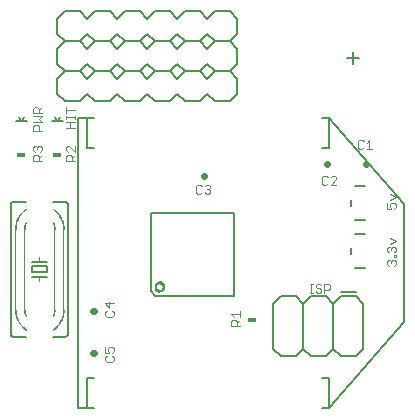
<source format=gto>
G75*
G70*
%OFA0B0*%
%FSLAX24Y24*%
%IPPOS*%
%LPD*%
%AMOC8*
5,1,8,0,0,1.08239X$1,22.5*
%
%ADD10C,0.0050*%
%ADD11C,0.0030*%
%ADD12C,0.0060*%
%ADD13C,0.0080*%
%ADD14R,0.0300X0.0180*%
%ADD15C,0.0220*%
%ADD16C,0.0001*%
%ADD17C,0.0020*%
D10*
X005741Y004740D02*
X005743Y004763D01*
X005749Y004785D01*
X005758Y004806D01*
X005771Y004825D01*
X005787Y004842D01*
X005806Y004856D01*
X005826Y004866D01*
X005848Y004873D01*
X005871Y004876D01*
X005894Y004875D01*
X005917Y004870D01*
X005938Y004861D01*
X005958Y004849D01*
X005975Y004834D01*
X005990Y004816D01*
X006001Y004796D01*
X006009Y004774D01*
X006013Y004752D01*
X006013Y004728D01*
X006009Y004706D01*
X006001Y004684D01*
X005990Y004664D01*
X005975Y004646D01*
X005958Y004631D01*
X005938Y004619D01*
X005917Y004610D01*
X005894Y004605D01*
X005871Y004604D01*
X005848Y004607D01*
X005826Y004614D01*
X005806Y004624D01*
X005787Y004638D01*
X005771Y004655D01*
X005758Y004674D01*
X005749Y004695D01*
X005743Y004717D01*
X005741Y004740D01*
X012336Y012175D02*
X012336Y012582D01*
X012133Y012379D02*
X012540Y012379D01*
D11*
X012530Y009655D02*
X012482Y009607D01*
X012482Y009413D01*
X012530Y009365D01*
X012627Y009365D01*
X012675Y009413D01*
X012776Y009365D02*
X012970Y009365D01*
X012873Y009365D02*
X012873Y009655D01*
X012776Y009558D01*
X012675Y009607D02*
X012627Y009655D01*
X012530Y009655D01*
X011721Y008455D02*
X011625Y008455D01*
X011576Y008407D01*
X011475Y008407D02*
X011427Y008455D01*
X011330Y008455D01*
X011282Y008407D01*
X011282Y008213D01*
X011330Y008165D01*
X011427Y008165D01*
X011475Y008213D01*
X011576Y008165D02*
X011770Y008358D01*
X011770Y008407D01*
X011721Y008455D01*
X011770Y008165D02*
X011576Y008165D01*
X013461Y007558D02*
X013461Y007365D01*
X013607Y007365D01*
X013558Y007462D01*
X013558Y007510D01*
X013607Y007558D01*
X013703Y007558D01*
X013752Y007510D01*
X013752Y007413D01*
X013703Y007365D01*
X013558Y007660D02*
X013752Y007756D01*
X013558Y007853D01*
X013558Y006395D02*
X013752Y006298D01*
X013558Y006202D01*
X013558Y006100D02*
X013607Y006052D01*
X013655Y006100D01*
X013703Y006100D01*
X013752Y006052D01*
X013752Y005955D01*
X013703Y005907D01*
X013703Y005808D02*
X013752Y005808D01*
X013752Y005760D01*
X013703Y005760D01*
X013703Y005808D01*
X013703Y005658D02*
X013752Y005610D01*
X013752Y005513D01*
X013703Y005465D01*
X013607Y005562D02*
X013607Y005610D01*
X013655Y005658D01*
X013703Y005658D01*
X013607Y005610D02*
X013558Y005658D01*
X013510Y005658D01*
X013461Y005610D01*
X013461Y005513D01*
X013510Y005465D01*
X013510Y005907D02*
X013461Y005955D01*
X013461Y006052D01*
X013510Y006100D01*
X013558Y006100D01*
X013607Y006052D02*
X013607Y006004D01*
X011566Y004807D02*
X011566Y004710D01*
X011518Y004662D01*
X011373Y004662D01*
X011373Y004565D02*
X011373Y004855D01*
X011518Y004855D01*
X011566Y004807D01*
X011272Y004807D02*
X011223Y004855D01*
X011126Y004855D01*
X011078Y004807D01*
X011078Y004758D01*
X011126Y004710D01*
X011223Y004710D01*
X011272Y004662D01*
X011272Y004613D01*
X011223Y004565D01*
X011126Y004565D01*
X011078Y004613D01*
X010978Y004565D02*
X010882Y004565D01*
X010930Y004565D02*
X010930Y004855D01*
X010882Y004855D02*
X010978Y004855D01*
X008552Y003953D02*
X008552Y003760D01*
X008552Y003856D02*
X008261Y003856D01*
X008358Y003760D01*
X008310Y003658D02*
X008407Y003658D01*
X008455Y003610D01*
X008455Y003465D01*
X008552Y003465D02*
X008261Y003465D01*
X008261Y003610D01*
X008310Y003658D01*
X008455Y003562D02*
X008552Y003658D01*
X007521Y007865D02*
X007425Y007865D01*
X007376Y007913D01*
X007275Y007913D02*
X007227Y007865D01*
X007130Y007865D01*
X007082Y007913D01*
X007082Y008107D01*
X007130Y008155D01*
X007227Y008155D01*
X007275Y008107D01*
X007376Y008107D02*
X007425Y008155D01*
X007521Y008155D01*
X007570Y008107D01*
X007570Y008058D01*
X007521Y008010D01*
X007570Y007962D01*
X007570Y007913D01*
X007521Y007865D01*
X007521Y008010D02*
X007473Y008010D01*
X004352Y004205D02*
X004061Y004205D01*
X004207Y004060D01*
X004207Y004253D01*
X004303Y003958D02*
X004352Y003910D01*
X004352Y003813D01*
X004303Y003765D01*
X004110Y003765D01*
X004061Y003813D01*
X004061Y003910D01*
X004110Y003958D01*
X004061Y002753D02*
X004061Y002560D01*
X004207Y002560D01*
X004158Y002656D01*
X004158Y002705D01*
X004207Y002753D01*
X004303Y002753D01*
X004352Y002705D01*
X004352Y002608D01*
X004303Y002560D01*
X004303Y002458D02*
X004352Y002410D01*
X004352Y002313D01*
X004303Y002265D01*
X004110Y002265D01*
X004061Y002313D01*
X004061Y002410D01*
X004110Y002458D01*
X003052Y008965D02*
X002761Y008965D01*
X002761Y009110D01*
X002810Y009158D01*
X002907Y009158D01*
X002955Y009110D01*
X002955Y008965D01*
X002955Y009062D02*
X003052Y009158D01*
X003052Y009260D02*
X002858Y009453D01*
X002810Y009453D01*
X002761Y009405D01*
X002761Y009308D01*
X002810Y009260D01*
X003052Y009260D02*
X003052Y009453D01*
X003052Y010065D02*
X002761Y010065D01*
X002907Y010065D02*
X002907Y010258D01*
X003052Y010258D02*
X002761Y010258D01*
X002761Y010360D02*
X002761Y010456D01*
X002761Y010408D02*
X003052Y010408D01*
X003052Y010360D02*
X003052Y010456D01*
X003052Y010653D02*
X002761Y010653D01*
X002761Y010556D02*
X002761Y010750D01*
X001952Y010748D02*
X001855Y010651D01*
X001855Y010699D02*
X001855Y010554D01*
X001952Y010554D02*
X001661Y010554D01*
X001661Y010699D01*
X001710Y010748D01*
X001807Y010748D01*
X001855Y010699D01*
X001952Y010453D02*
X001661Y010453D01*
X001661Y010260D02*
X001952Y010260D01*
X001855Y010356D01*
X001952Y010453D01*
X001807Y010158D02*
X001855Y010110D01*
X001855Y009965D01*
X001952Y009965D02*
X001661Y009965D01*
X001661Y010110D01*
X001710Y010158D01*
X001807Y010158D01*
X001855Y009453D02*
X001903Y009453D01*
X001952Y009405D01*
X001952Y009308D01*
X001903Y009260D01*
X001952Y009158D02*
X001855Y009062D01*
X001855Y009110D02*
X001855Y008965D01*
X001952Y008965D02*
X001661Y008965D01*
X001661Y009110D01*
X001710Y009158D01*
X001807Y009158D01*
X001855Y009110D01*
X001710Y009260D02*
X001661Y009308D01*
X001661Y009405D01*
X001710Y009453D01*
X001758Y009453D01*
X001807Y009405D01*
X001855Y009453D01*
X001807Y009405D02*
X001807Y009356D01*
D12*
X001417Y003100D02*
X001017Y003100D01*
X001000Y003102D01*
X000983Y003106D01*
X000967Y003113D01*
X000953Y003123D01*
X000940Y003136D01*
X000930Y003150D01*
X000923Y003166D01*
X000919Y003183D01*
X000917Y003200D01*
X000917Y007500D01*
X000919Y007517D01*
X000923Y007534D01*
X000930Y007550D01*
X000940Y007564D01*
X000953Y007577D01*
X000967Y007587D01*
X000983Y007594D01*
X001000Y007598D01*
X001017Y007600D01*
X001417Y007600D01*
X002317Y007600D02*
X002717Y007600D01*
X002734Y007598D01*
X002751Y007594D01*
X002767Y007587D01*
X002781Y007577D01*
X002794Y007564D01*
X002804Y007550D01*
X002811Y007534D01*
X002815Y007517D01*
X002817Y007500D01*
X002817Y003200D01*
X002815Y003183D01*
X002811Y003166D01*
X002804Y003150D01*
X002794Y003136D01*
X002781Y003123D01*
X002767Y003113D01*
X002751Y003106D01*
X002734Y003102D01*
X002717Y003100D01*
X002317Y003100D01*
X002117Y005100D02*
X001867Y005100D01*
X001617Y005100D01*
X001617Y005250D02*
X001617Y005450D01*
X002117Y005450D01*
X002117Y005250D01*
X001617Y005250D01*
X001617Y005600D02*
X001867Y005600D01*
X002117Y005600D01*
X005587Y004610D02*
X005727Y004470D01*
X008347Y004470D01*
X008347Y007230D01*
X005587Y007230D01*
X005587Y004610D01*
X005746Y004770D02*
X005748Y004793D01*
X005754Y004816D01*
X005763Y004837D01*
X005776Y004857D01*
X005792Y004874D01*
X005810Y004888D01*
X005830Y004899D01*
X005852Y004907D01*
X005875Y004911D01*
X005899Y004911D01*
X005922Y004907D01*
X005944Y004899D01*
X005964Y004888D01*
X005982Y004874D01*
X005998Y004857D01*
X006011Y004837D01*
X006020Y004816D01*
X006026Y004793D01*
X006028Y004770D01*
X006026Y004747D01*
X006020Y004724D01*
X006011Y004703D01*
X005998Y004683D01*
X005982Y004666D01*
X005964Y004652D01*
X005944Y004641D01*
X005922Y004633D01*
X005899Y004629D01*
X005875Y004629D01*
X005852Y004633D01*
X005830Y004641D01*
X005810Y004652D01*
X005792Y004666D01*
X005776Y004683D01*
X005763Y004703D01*
X005754Y004724D01*
X005748Y004747D01*
X005746Y004770D01*
D13*
X003678Y001711D02*
X003462Y001711D01*
X003462Y000727D01*
X003678Y000727D01*
X003462Y000727D02*
X003167Y000727D01*
X003167Y010373D01*
X003462Y010373D01*
X003462Y009389D01*
X003678Y009389D01*
X003678Y010373D02*
X003462Y010373D01*
X003217Y010950D02*
X002717Y010950D01*
X002467Y011200D01*
X002467Y011700D01*
X002717Y011950D01*
X003217Y011950D01*
X003467Y012200D01*
X003717Y011950D01*
X004217Y011950D01*
X004467Y012200D01*
X004717Y011950D01*
X005217Y011950D01*
X005467Y012200D01*
X005717Y011950D01*
X006217Y011950D01*
X006467Y012200D01*
X006717Y011950D01*
X007217Y011950D01*
X007467Y012200D01*
X007717Y011950D01*
X008217Y011950D01*
X008467Y012200D01*
X008467Y012700D01*
X008217Y012950D01*
X007717Y012950D01*
X007467Y013200D01*
X007217Y012950D01*
X006717Y012950D01*
X006467Y013200D01*
X006217Y012950D01*
X005717Y012950D01*
X005467Y013200D01*
X005217Y012950D01*
X004717Y012950D01*
X004467Y013200D01*
X004217Y012950D01*
X003717Y012950D01*
X003467Y013200D01*
X003217Y012950D01*
X002717Y012950D01*
X002467Y013200D01*
X002467Y013700D01*
X002717Y013950D01*
X003217Y013950D01*
X003467Y013700D01*
X003717Y013950D01*
X004217Y013950D01*
X004467Y013700D01*
X004717Y013950D01*
X005217Y013950D01*
X005467Y013700D01*
X005717Y013950D01*
X006217Y013950D01*
X006467Y013700D01*
X006717Y013950D01*
X007217Y013950D01*
X007467Y013700D01*
X007717Y013950D01*
X008217Y013950D01*
X008467Y013700D01*
X008467Y013200D01*
X008217Y012950D01*
X007717Y012950D01*
X007467Y012700D01*
X007217Y012950D01*
X006717Y012950D01*
X006467Y012700D01*
X006217Y012950D01*
X005717Y012950D01*
X005467Y012700D01*
X005217Y012950D01*
X004717Y012950D01*
X004467Y012700D01*
X004217Y012950D01*
X003717Y012950D01*
X003467Y012700D01*
X003217Y012950D01*
X002717Y012950D01*
X002467Y012700D01*
X002467Y012200D01*
X002717Y011950D01*
X003217Y011950D01*
X003467Y011700D01*
X003717Y011950D01*
X004217Y011950D01*
X004467Y011700D01*
X004717Y011950D01*
X005217Y011950D01*
X005467Y011700D01*
X005717Y011950D01*
X006217Y011950D01*
X006467Y011700D01*
X006717Y011950D01*
X007217Y011950D01*
X007467Y011700D01*
X007717Y011950D01*
X008217Y011950D01*
X008467Y011700D01*
X008467Y011200D01*
X008217Y010950D01*
X007717Y010950D01*
X007467Y011200D01*
X007217Y010950D01*
X006717Y010950D01*
X006467Y011200D01*
X006217Y010950D01*
X005717Y010950D01*
X005467Y011200D01*
X005217Y010950D01*
X004717Y010950D01*
X004467Y011200D01*
X004217Y010950D01*
X003717Y010950D01*
X003467Y011200D01*
X003217Y010950D01*
X002553Y010405D02*
X002477Y010289D01*
X002467Y010283D02*
X002375Y010405D01*
X002286Y010283D02*
X002467Y010283D01*
X002648Y010283D01*
X001448Y010283D02*
X001267Y010283D01*
X001175Y010405D01*
X001086Y010283D02*
X001267Y010283D01*
X001277Y010289D02*
X001353Y010405D01*
X009667Y004200D02*
X009667Y002700D01*
X009917Y002450D01*
X010417Y002450D01*
X010667Y002700D01*
X010667Y004200D01*
X010417Y004450D01*
X009917Y004450D01*
X009667Y004200D01*
X010667Y004200D02*
X010917Y004450D01*
X011417Y004450D01*
X011667Y004200D01*
X011667Y002700D01*
X011417Y002450D01*
X010917Y002450D01*
X010667Y002700D01*
X011667Y002700D02*
X011917Y002450D01*
X012417Y002450D01*
X012667Y002700D01*
X012667Y004200D01*
X012417Y004450D01*
X011917Y004450D01*
X011667Y004200D01*
X011917Y004582D02*
X012417Y004582D01*
X012398Y005390D02*
X012736Y005390D01*
X012248Y005844D02*
X012248Y006056D01*
X012398Y006510D02*
X012736Y006510D01*
X012736Y006990D02*
X012398Y006990D01*
X012248Y007444D02*
X012248Y007656D01*
X012398Y008110D02*
X012736Y008110D01*
X011533Y009389D02*
X011533Y010373D01*
X011277Y010373D01*
X011533Y010373D02*
X014033Y007519D01*
X014033Y003581D01*
X011533Y000727D01*
X011533Y001711D01*
X011277Y001711D01*
X011277Y000727D02*
X011533Y000727D01*
X011533Y009389D02*
X011277Y009389D01*
D14*
X008967Y003650D03*
X002467Y009150D03*
X001267Y009150D03*
D15*
X003655Y003950D02*
X003679Y003950D01*
X003679Y002550D02*
X003655Y002550D01*
X007367Y008438D02*
X007367Y008462D01*
X011467Y008838D02*
X011467Y008862D01*
X012767Y008838D02*
X012767Y008862D01*
D16*
X002376Y006700D02*
X002357Y006700D01*
X002358Y006700D02*
X002357Y006737D01*
X002352Y006774D01*
X002346Y006810D01*
X002336Y006845D01*
X002324Y006880D01*
X002309Y006914D01*
X002326Y006921D01*
X002326Y006922D01*
X002342Y006887D01*
X002354Y006851D01*
X002364Y006814D01*
X002371Y006777D01*
X002376Y006739D01*
X002377Y006700D01*
X002376Y006700D01*
X002375Y006739D01*
X002370Y006776D01*
X002363Y006814D01*
X002353Y006851D01*
X002341Y006887D01*
X002325Y006921D01*
X002324Y006921D01*
X002340Y006886D01*
X002352Y006850D01*
X002362Y006814D01*
X002369Y006776D01*
X002374Y006738D01*
X002375Y006700D01*
X002374Y006700D01*
X002373Y006738D01*
X002368Y006776D01*
X002361Y006813D01*
X002351Y006850D01*
X002339Y006886D01*
X002324Y006921D01*
X002323Y006920D01*
X002338Y006885D01*
X002350Y006850D01*
X002360Y006813D01*
X002367Y006776D01*
X002372Y006738D01*
X002373Y006700D01*
X002372Y006700D01*
X002371Y006738D01*
X002366Y006776D01*
X002359Y006813D01*
X002349Y006849D01*
X002337Y006885D01*
X002322Y006920D01*
X002321Y006919D01*
X002336Y006885D01*
X002348Y006849D01*
X002358Y006813D01*
X002365Y006776D01*
X002370Y006738D01*
X002371Y006700D01*
X002370Y006700D01*
X002369Y006738D01*
X002364Y006775D01*
X002357Y006812D01*
X002347Y006849D01*
X002335Y006884D01*
X002320Y006919D01*
X002319Y006918D01*
X002334Y006884D01*
X002347Y006849D01*
X002356Y006812D01*
X002363Y006775D01*
X002368Y006738D01*
X002369Y006700D01*
X002368Y006700D01*
X002367Y006738D01*
X002362Y006775D01*
X002355Y006812D01*
X002346Y006848D01*
X002333Y006884D01*
X002318Y006918D01*
X002317Y006917D01*
X002332Y006883D01*
X002345Y006848D01*
X002354Y006812D01*
X002361Y006775D01*
X002366Y006738D01*
X002367Y006700D01*
X002366Y006700D01*
X002365Y006738D01*
X002360Y006775D01*
X002353Y006812D01*
X002344Y006848D01*
X002331Y006883D01*
X002316Y006917D01*
X002315Y006917D01*
X002330Y006882D01*
X002343Y006847D01*
X002352Y006811D01*
X002359Y006775D01*
X002364Y006738D01*
X002365Y006700D01*
X002364Y006700D01*
X002363Y006738D01*
X002358Y006775D01*
X002351Y006811D01*
X002342Y006847D01*
X002329Y006882D01*
X002315Y006916D01*
X002314Y006916D01*
X002328Y006882D01*
X002341Y006847D01*
X002350Y006811D01*
X002357Y006774D01*
X002362Y006738D01*
X002363Y006700D01*
X002362Y006700D01*
X002361Y006738D01*
X002356Y006774D01*
X002349Y006811D01*
X002340Y006846D01*
X002328Y006881D01*
X002313Y006915D01*
X002312Y006915D01*
X002327Y006881D01*
X002339Y006846D01*
X002348Y006810D01*
X002355Y006774D01*
X002360Y006737D01*
X002361Y006700D01*
X002360Y006700D01*
X002359Y006737D01*
X002354Y006774D01*
X002348Y006810D01*
X002338Y006846D01*
X002326Y006881D01*
X002311Y006914D01*
X002310Y006914D01*
X002325Y006880D01*
X002337Y006846D01*
X002347Y006810D01*
X002353Y006774D01*
X002358Y006737D01*
X002359Y006700D01*
X002676Y006700D02*
X002657Y006700D01*
X002658Y006701D02*
X002656Y006755D01*
X002650Y006810D01*
X002641Y006864D01*
X002628Y006917D01*
X002611Y006970D01*
X002590Y007021D01*
X002566Y007070D01*
X002539Y007118D01*
X002508Y007163D01*
X002474Y007207D01*
X002438Y007248D01*
X002399Y007286D01*
X002357Y007321D01*
X002312Y007354D01*
X002322Y007369D01*
X002323Y007369D01*
X002368Y007336D01*
X002411Y007300D01*
X002452Y007261D01*
X002489Y007219D01*
X002524Y007174D01*
X002555Y007128D01*
X002583Y007079D01*
X002607Y007028D01*
X002628Y006976D01*
X002646Y006923D01*
X002659Y006868D01*
X002669Y006813D01*
X002675Y006757D01*
X002677Y006701D01*
X002676Y006701D01*
X002674Y006757D01*
X002668Y006813D01*
X002658Y006868D01*
X002645Y006922D01*
X002628Y006976D01*
X002607Y007028D01*
X002582Y007078D01*
X002554Y007127D01*
X002523Y007174D01*
X002488Y007218D01*
X002451Y007260D01*
X002411Y007299D01*
X002368Y007335D01*
X002322Y007369D01*
X002322Y007368D01*
X002367Y007335D01*
X002410Y007298D01*
X002450Y007259D01*
X002488Y007217D01*
X002522Y007173D01*
X002553Y007127D01*
X002581Y007078D01*
X002606Y007027D01*
X002627Y006975D01*
X002644Y006922D01*
X002657Y006868D01*
X002667Y006812D01*
X002673Y006757D01*
X002675Y006701D01*
X002674Y006701D01*
X002672Y006757D01*
X002666Y006812D01*
X002656Y006867D01*
X002643Y006922D01*
X002626Y006975D01*
X002605Y007027D01*
X002580Y007077D01*
X002552Y007126D01*
X002521Y007173D01*
X002487Y007217D01*
X002449Y007259D01*
X002409Y007298D01*
X002366Y007334D01*
X002321Y007367D01*
X002321Y007366D01*
X002366Y007333D01*
X002409Y007297D01*
X002449Y007258D01*
X002486Y007216D01*
X002520Y007172D01*
X002552Y007126D01*
X002579Y007077D01*
X002604Y007027D01*
X002625Y006975D01*
X002642Y006922D01*
X002655Y006867D01*
X002665Y006812D01*
X002671Y006756D01*
X002673Y006701D01*
X002672Y006701D01*
X002670Y006756D01*
X002664Y006812D01*
X002654Y006867D01*
X002641Y006921D01*
X002624Y006974D01*
X002603Y007026D01*
X002579Y007077D01*
X002551Y007125D01*
X002520Y007171D01*
X002485Y007216D01*
X002448Y007257D01*
X002408Y007296D01*
X002365Y007332D01*
X002320Y007365D01*
X002320Y007364D01*
X002365Y007331D01*
X002407Y007295D01*
X002447Y007257D01*
X002484Y007215D01*
X002519Y007171D01*
X002550Y007124D01*
X002578Y007076D01*
X002602Y007026D01*
X002623Y006974D01*
X002640Y006921D01*
X002654Y006867D01*
X002663Y006812D01*
X002669Y006756D01*
X002671Y006701D01*
X002670Y006701D01*
X002668Y006756D01*
X002662Y006812D01*
X002653Y006867D01*
X002639Y006921D01*
X002622Y006974D01*
X002601Y007025D01*
X002577Y007076D01*
X002549Y007124D01*
X002518Y007170D01*
X002484Y007214D01*
X002447Y007256D01*
X002407Y007295D01*
X002364Y007331D01*
X002319Y007364D01*
X002318Y007363D01*
X002363Y007330D01*
X002406Y007294D01*
X002446Y007255D01*
X002483Y007214D01*
X002517Y007170D01*
X002548Y007123D01*
X002576Y007075D01*
X002600Y007025D01*
X002621Y006973D01*
X002638Y006920D01*
X002652Y006866D01*
X002661Y006812D01*
X002667Y006756D01*
X002669Y006701D01*
X002668Y006701D01*
X002666Y006756D01*
X002660Y006811D01*
X002651Y006866D01*
X002637Y006920D01*
X002620Y006973D01*
X002599Y007025D01*
X002575Y007075D01*
X002547Y007123D01*
X002516Y007169D01*
X002482Y007213D01*
X002445Y007254D01*
X002405Y007293D01*
X002363Y007329D01*
X002318Y007362D01*
X002317Y007361D01*
X002362Y007328D01*
X002405Y007292D01*
X002444Y007254D01*
X002481Y007212D01*
X002515Y007168D01*
X002546Y007122D01*
X002574Y007074D01*
X002598Y007024D01*
X002619Y006973D01*
X002636Y006920D01*
X002650Y006866D01*
X002659Y006811D01*
X002665Y006756D01*
X002667Y006701D01*
X002666Y006701D01*
X002664Y006756D01*
X002658Y006811D01*
X002649Y006866D01*
X002635Y006920D01*
X002618Y006972D01*
X002597Y007024D01*
X002573Y007074D01*
X002546Y007122D01*
X002515Y007168D01*
X002481Y007212D01*
X002444Y007253D01*
X002404Y007292D01*
X002362Y007328D01*
X002317Y007360D01*
X002316Y007360D01*
X002361Y007327D01*
X002403Y007291D01*
X002443Y007252D01*
X002480Y007211D01*
X002514Y007167D01*
X002545Y007121D01*
X002572Y007073D01*
X002597Y007023D01*
X002617Y006972D01*
X002634Y006919D01*
X002648Y006866D01*
X002657Y006811D01*
X002663Y006756D01*
X002665Y006701D01*
X002664Y006701D01*
X002662Y006756D01*
X002656Y006811D01*
X002647Y006865D01*
X002633Y006919D01*
X002616Y006972D01*
X002596Y007023D01*
X002571Y007073D01*
X002544Y007121D01*
X002513Y007167D01*
X002479Y007210D01*
X002442Y007252D01*
X002403Y007290D01*
X002360Y007326D01*
X002316Y007359D01*
X002315Y007358D01*
X002360Y007325D01*
X002402Y007290D01*
X002441Y007251D01*
X002478Y007210D01*
X002512Y007166D01*
X002543Y007120D01*
X002571Y007072D01*
X002595Y007023D01*
X002615Y006971D01*
X002632Y006919D01*
X002646Y006865D01*
X002655Y006811D01*
X002661Y006756D01*
X002663Y006701D01*
X002662Y006701D01*
X002660Y006756D01*
X002654Y006811D01*
X002645Y006865D01*
X002631Y006919D01*
X002614Y006971D01*
X002594Y007022D01*
X002570Y007072D01*
X002542Y007120D01*
X002511Y007166D01*
X002478Y007209D01*
X002441Y007250D01*
X002401Y007289D01*
X002359Y007324D01*
X002315Y007357D01*
X002314Y007356D01*
X002358Y007324D01*
X002401Y007288D01*
X002440Y007250D01*
X002477Y007209D01*
X002511Y007165D01*
X002541Y007119D01*
X002569Y007071D01*
X002593Y007022D01*
X002613Y006971D01*
X002630Y006918D01*
X002644Y006865D01*
X002653Y006810D01*
X002659Y006756D01*
X002661Y006701D01*
X002660Y006701D01*
X002658Y006756D01*
X002652Y006810D01*
X002643Y006865D01*
X002629Y006918D01*
X002612Y006970D01*
X002592Y007021D01*
X002568Y007071D01*
X002540Y007119D01*
X002510Y007164D01*
X002476Y007208D01*
X002439Y007249D01*
X002400Y007287D01*
X002358Y007323D01*
X002313Y007355D01*
X002357Y007322D01*
X002399Y007287D01*
X002439Y007248D01*
X002475Y007207D01*
X002509Y007164D01*
X002540Y007118D01*
X002567Y007070D01*
X002591Y007021D01*
X002612Y006970D01*
X002628Y006918D01*
X002642Y006864D01*
X002651Y006810D01*
X002657Y006755D01*
X002659Y006701D01*
X001408Y006921D02*
X001425Y006913D01*
X001425Y006914D02*
X001410Y006880D01*
X001398Y006845D01*
X001388Y006810D01*
X001382Y006774D01*
X001377Y006737D01*
X001376Y006700D01*
X001358Y006700D01*
X001357Y006700D01*
X001358Y006739D01*
X001363Y006777D01*
X001370Y006814D01*
X001380Y006851D01*
X001392Y006887D01*
X001408Y006922D01*
X001409Y006921D01*
X001393Y006887D01*
X001381Y006851D01*
X001371Y006814D01*
X001364Y006776D01*
X001359Y006739D01*
X001358Y006700D01*
X001359Y006700D01*
X001360Y006738D01*
X001365Y006776D01*
X001372Y006814D01*
X001382Y006850D01*
X001394Y006886D01*
X001410Y006921D01*
X001395Y006886D01*
X001383Y006850D01*
X001373Y006813D01*
X001366Y006776D01*
X001361Y006738D01*
X001360Y006700D01*
X001361Y006700D01*
X001362Y006738D01*
X001367Y006776D01*
X001374Y006813D01*
X001384Y006850D01*
X001396Y006885D01*
X001411Y006920D01*
X001412Y006920D01*
X001397Y006885D01*
X001385Y006849D01*
X001375Y006813D01*
X001368Y006776D01*
X001363Y006738D01*
X001362Y006700D01*
X001363Y006700D01*
X001364Y006738D01*
X001369Y006776D01*
X001376Y006813D01*
X001386Y006849D01*
X001398Y006885D01*
X001413Y006919D01*
X001414Y006919D01*
X001399Y006884D01*
X001387Y006849D01*
X001377Y006812D01*
X001370Y006775D01*
X001365Y006738D01*
X001364Y006700D01*
X001365Y006700D01*
X001366Y006738D01*
X001371Y006775D01*
X001378Y006812D01*
X001387Y006849D01*
X001400Y006884D01*
X001415Y006918D01*
X001416Y006918D01*
X001401Y006884D01*
X001388Y006848D01*
X001379Y006812D01*
X001372Y006775D01*
X001367Y006738D01*
X001366Y006700D01*
X001367Y006700D01*
X001368Y006738D01*
X001373Y006775D01*
X001380Y006812D01*
X001389Y006848D01*
X001402Y006883D01*
X001417Y006917D01*
X001418Y006917D01*
X001403Y006883D01*
X001390Y006848D01*
X001381Y006812D01*
X001374Y006775D01*
X001369Y006738D01*
X001368Y006700D01*
X001369Y006700D01*
X001370Y006738D01*
X001375Y006775D01*
X001382Y006811D01*
X001391Y006847D01*
X001404Y006882D01*
X001419Y006917D01*
X001419Y006916D01*
X001405Y006882D01*
X001392Y006847D01*
X001383Y006811D01*
X001376Y006775D01*
X001371Y006738D01*
X001370Y006700D01*
X001371Y006700D01*
X001372Y006738D01*
X001377Y006774D01*
X001384Y006811D01*
X001393Y006847D01*
X001406Y006882D01*
X001420Y006916D01*
X001421Y006915D01*
X001406Y006881D01*
X001394Y006846D01*
X001385Y006811D01*
X001378Y006774D01*
X001373Y006738D01*
X001372Y006700D01*
X001373Y006700D01*
X001374Y006737D01*
X001379Y006774D01*
X001386Y006810D01*
X001395Y006846D01*
X001407Y006881D01*
X001422Y006915D01*
X001423Y006914D01*
X001408Y006881D01*
X001396Y006846D01*
X001386Y006810D01*
X001380Y006774D01*
X001375Y006737D01*
X001374Y006700D01*
X001375Y006700D01*
X001376Y006737D01*
X001381Y006774D01*
X001387Y006810D01*
X001397Y006846D01*
X001409Y006880D01*
X001424Y006914D01*
X001411Y007369D02*
X001422Y007353D01*
X001422Y007354D02*
X001377Y007321D01*
X001335Y007286D01*
X001296Y007247D01*
X001259Y007207D01*
X001226Y007163D01*
X001195Y007118D01*
X001168Y007070D01*
X001144Y007021D01*
X001123Y006970D01*
X001106Y006917D01*
X001093Y006864D01*
X001084Y006810D01*
X001078Y006755D01*
X001076Y006700D01*
X001058Y006700D01*
X001057Y006700D01*
X001059Y006757D01*
X001065Y006813D01*
X001075Y006868D01*
X001088Y006923D01*
X001105Y006976D01*
X001126Y007028D01*
X001151Y007079D01*
X001179Y007128D01*
X001210Y007174D01*
X001245Y007219D01*
X001282Y007261D01*
X001323Y007300D01*
X001366Y007336D01*
X001411Y007369D01*
X001412Y007369D01*
X001366Y007335D01*
X001323Y007299D01*
X001283Y007260D01*
X001246Y007218D01*
X001211Y007174D01*
X001180Y007127D01*
X001152Y007078D01*
X001127Y007028D01*
X001106Y006976D01*
X001089Y006922D01*
X001076Y006868D01*
X001066Y006812D01*
X001060Y006757D01*
X001058Y006700D01*
X001059Y006700D01*
X001061Y006757D01*
X001067Y006812D01*
X001077Y006868D01*
X001090Y006922D01*
X001107Y006975D01*
X001128Y007027D01*
X001153Y007078D01*
X001181Y007127D01*
X001212Y007173D01*
X001246Y007217D01*
X001284Y007259D01*
X001324Y007298D01*
X001367Y007335D01*
X001412Y007368D01*
X001413Y007367D01*
X001367Y007334D01*
X001325Y007298D01*
X001285Y007259D01*
X001247Y007217D01*
X001213Y007173D01*
X001182Y007126D01*
X001154Y007077D01*
X001129Y007027D01*
X001108Y006975D01*
X001091Y006922D01*
X001078Y006867D01*
X001068Y006812D01*
X001062Y006756D01*
X001060Y006700D01*
X001061Y006700D01*
X001063Y006756D01*
X001069Y006812D01*
X001079Y006867D01*
X001092Y006921D01*
X001109Y006975D01*
X001130Y007027D01*
X001155Y007077D01*
X001182Y007125D01*
X001214Y007172D01*
X001248Y007216D01*
X001285Y007258D01*
X001325Y007297D01*
X001368Y007333D01*
X001413Y007366D01*
X001414Y007365D01*
X001369Y007332D01*
X001326Y007296D01*
X001286Y007257D01*
X001249Y007216D01*
X001214Y007171D01*
X001183Y007125D01*
X001155Y007076D01*
X001131Y007026D01*
X001110Y006974D01*
X001093Y006921D01*
X001080Y006867D01*
X001070Y006812D01*
X001064Y006756D01*
X001062Y006700D01*
X001063Y006700D01*
X001065Y006756D01*
X001071Y006812D01*
X001080Y006867D01*
X001094Y006921D01*
X001111Y006974D01*
X001132Y007026D01*
X001156Y007076D01*
X001184Y007124D01*
X001215Y007171D01*
X001249Y007215D01*
X001287Y007256D01*
X001327Y007295D01*
X001369Y007331D01*
X001414Y007364D01*
X001415Y007364D01*
X001370Y007331D01*
X001327Y007295D01*
X001287Y007256D01*
X001250Y007214D01*
X001216Y007170D01*
X001185Y007124D01*
X001157Y007076D01*
X001133Y007025D01*
X001112Y006974D01*
X001095Y006921D01*
X001081Y006867D01*
X001072Y006812D01*
X001066Y006756D01*
X001064Y006700D01*
X001065Y006700D01*
X001067Y006756D01*
X001073Y006812D01*
X001082Y006866D01*
X001096Y006920D01*
X001113Y006973D01*
X001134Y007025D01*
X001158Y007075D01*
X001186Y007123D01*
X001217Y007170D01*
X001251Y007214D01*
X001288Y007255D01*
X001328Y007294D01*
X001371Y007330D01*
X001415Y007363D01*
X001416Y007362D01*
X001371Y007329D01*
X001329Y007293D01*
X001289Y007254D01*
X001252Y007213D01*
X001218Y007169D01*
X001187Y007123D01*
X001159Y007075D01*
X001135Y007025D01*
X001114Y006973D01*
X001097Y006920D01*
X001083Y006866D01*
X001074Y006811D01*
X001068Y006756D01*
X001066Y006700D01*
X001067Y006700D01*
X001069Y006756D01*
X001075Y006811D01*
X001084Y006866D01*
X001098Y006920D01*
X001115Y006973D01*
X001136Y007024D01*
X001160Y007074D01*
X001188Y007122D01*
X001218Y007168D01*
X001253Y007212D01*
X001290Y007254D01*
X001329Y007292D01*
X001372Y007328D01*
X001417Y007361D01*
X001417Y007360D01*
X001372Y007328D01*
X001330Y007292D01*
X001290Y007253D01*
X001253Y007212D01*
X001219Y007168D01*
X001188Y007122D01*
X001161Y007074D01*
X001137Y007024D01*
X001116Y006972D01*
X001099Y006920D01*
X001085Y006866D01*
X001076Y006811D01*
X001070Y006756D01*
X001068Y006700D01*
X001069Y006700D01*
X001071Y006756D01*
X001077Y006811D01*
X001086Y006866D01*
X001100Y006919D01*
X001117Y006972D01*
X001137Y007023D01*
X001162Y007073D01*
X001189Y007121D01*
X001220Y007167D01*
X001254Y007211D01*
X001291Y007252D01*
X001331Y007291D01*
X001373Y007327D01*
X001418Y007360D01*
X001418Y007359D01*
X001374Y007326D01*
X001331Y007290D01*
X001292Y007252D01*
X001255Y007210D01*
X001221Y007167D01*
X001190Y007121D01*
X001163Y007073D01*
X001138Y007023D01*
X001118Y006972D01*
X001101Y006919D01*
X001087Y006865D01*
X001078Y006811D01*
X001072Y006756D01*
X001070Y006700D01*
X001071Y006700D01*
X001073Y006756D01*
X001079Y006811D01*
X001088Y006865D01*
X001102Y006919D01*
X001119Y006971D01*
X001139Y007023D01*
X001163Y007072D01*
X001191Y007120D01*
X001222Y007166D01*
X001256Y007210D01*
X001292Y007251D01*
X001332Y007289D01*
X001374Y007325D01*
X001419Y007358D01*
X001419Y007357D01*
X001375Y007324D01*
X001333Y007289D01*
X001293Y007250D01*
X001256Y007209D01*
X001223Y007166D01*
X001192Y007120D01*
X001164Y007072D01*
X001140Y007022D01*
X001120Y006971D01*
X001103Y006918D01*
X001089Y006865D01*
X001080Y006811D01*
X001074Y006756D01*
X001072Y006700D01*
X001073Y006700D01*
X001075Y006756D01*
X001081Y006810D01*
X001090Y006865D01*
X001104Y006918D01*
X001121Y006971D01*
X001141Y007022D01*
X001165Y007071D01*
X001193Y007119D01*
X001223Y007165D01*
X001257Y007208D01*
X001294Y007250D01*
X001333Y007288D01*
X001376Y007324D01*
X001420Y007356D01*
X001421Y007355D01*
X001376Y007323D01*
X001334Y007287D01*
X001295Y007249D01*
X001258Y007208D01*
X001224Y007164D01*
X001193Y007119D01*
X001166Y007071D01*
X001142Y007021D01*
X001121Y006970D01*
X001105Y006918D01*
X001091Y006864D01*
X001082Y006810D01*
X001076Y006756D01*
X001074Y006700D01*
X001075Y006700D01*
X001077Y006755D01*
X001083Y006810D01*
X001092Y006864D01*
X001105Y006918D01*
X001122Y006970D01*
X001143Y007021D01*
X001167Y007070D01*
X001194Y007118D01*
X001225Y007164D01*
X001259Y007207D01*
X001295Y007248D01*
X001335Y007287D01*
X001377Y007322D01*
X001421Y007355D01*
X001058Y004000D02*
X001077Y004000D01*
X001076Y003999D02*
X001078Y003945D01*
X001084Y003890D01*
X001093Y003836D01*
X001106Y003783D01*
X001123Y003730D01*
X001144Y003679D01*
X001168Y003630D01*
X001195Y003582D01*
X001226Y003537D01*
X001259Y003493D01*
X001296Y003453D01*
X001335Y003414D01*
X001377Y003379D01*
X001422Y003346D01*
X001411Y003331D01*
X001366Y003364D01*
X001323Y003400D01*
X001282Y003439D01*
X001245Y003481D01*
X001210Y003526D01*
X001179Y003572D01*
X001151Y003621D01*
X001127Y003672D01*
X001106Y003724D01*
X001088Y003777D01*
X001075Y003832D01*
X001065Y003887D01*
X001059Y003943D01*
X001057Y003999D01*
X001058Y003999D01*
X001060Y003943D01*
X001066Y003887D01*
X001076Y003832D01*
X001089Y003778D01*
X001106Y003724D01*
X001127Y003672D01*
X001152Y003622D01*
X001180Y003573D01*
X001211Y003526D01*
X001246Y003482D01*
X001283Y003440D01*
X001323Y003401D01*
X001366Y003365D01*
X001412Y003331D01*
X001412Y003332D01*
X001367Y003365D01*
X001324Y003402D01*
X001284Y003441D01*
X001246Y003483D01*
X001212Y003527D01*
X001181Y003573D01*
X001153Y003622D01*
X001128Y003673D01*
X001107Y003725D01*
X001090Y003778D01*
X001077Y003832D01*
X001067Y003888D01*
X001061Y003943D01*
X001059Y003999D01*
X001060Y003999D01*
X001062Y003943D01*
X001068Y003888D01*
X001078Y003833D01*
X001091Y003778D01*
X001108Y003725D01*
X001129Y003673D01*
X001154Y003623D01*
X001182Y003574D01*
X001213Y003527D01*
X001247Y003483D01*
X001285Y003441D01*
X001325Y003402D01*
X001367Y003366D01*
X001413Y003333D01*
X001413Y003334D01*
X001368Y003367D01*
X001325Y003403D01*
X001285Y003442D01*
X001248Y003484D01*
X001214Y003528D01*
X001182Y003574D01*
X001155Y003623D01*
X001130Y003673D01*
X001109Y003725D01*
X001092Y003778D01*
X001079Y003833D01*
X001069Y003888D01*
X001063Y003944D01*
X001061Y003999D01*
X001062Y003999D01*
X001064Y003944D01*
X001070Y003888D01*
X001080Y003833D01*
X001093Y003779D01*
X001110Y003726D01*
X001131Y003674D01*
X001155Y003623D01*
X001183Y003575D01*
X001214Y003529D01*
X001249Y003484D01*
X001286Y003443D01*
X001326Y003404D01*
X001369Y003368D01*
X001414Y003335D01*
X001414Y003336D01*
X001369Y003369D01*
X001327Y003405D01*
X001287Y003443D01*
X001250Y003485D01*
X001215Y003529D01*
X001184Y003576D01*
X001156Y003624D01*
X001132Y003674D01*
X001111Y003726D01*
X001094Y003779D01*
X001080Y003833D01*
X001071Y003888D01*
X001065Y003944D01*
X001063Y003999D01*
X001064Y003999D01*
X001066Y003944D01*
X001072Y003888D01*
X001081Y003833D01*
X001095Y003779D01*
X001112Y003726D01*
X001133Y003675D01*
X001157Y003624D01*
X001185Y003576D01*
X001216Y003530D01*
X001250Y003486D01*
X001287Y003444D01*
X001327Y003405D01*
X001370Y003369D01*
X001415Y003336D01*
X001415Y003337D01*
X001371Y003370D01*
X001328Y003406D01*
X001288Y003445D01*
X001251Y003486D01*
X001217Y003530D01*
X001186Y003577D01*
X001158Y003625D01*
X001134Y003675D01*
X001113Y003727D01*
X001096Y003780D01*
X001082Y003834D01*
X001073Y003888D01*
X001067Y003944D01*
X001065Y003999D01*
X001066Y003999D01*
X001068Y003944D01*
X001074Y003889D01*
X001083Y003834D01*
X001097Y003780D01*
X001114Y003727D01*
X001135Y003675D01*
X001159Y003625D01*
X001187Y003577D01*
X001218Y003531D01*
X001252Y003487D01*
X001289Y003446D01*
X001329Y003407D01*
X001371Y003371D01*
X001416Y003338D01*
X001417Y003339D01*
X001372Y003372D01*
X001329Y003408D01*
X001290Y003446D01*
X001253Y003488D01*
X001219Y003532D01*
X001188Y003578D01*
X001160Y003626D01*
X001136Y003676D01*
X001115Y003727D01*
X001098Y003780D01*
X001084Y003834D01*
X001075Y003889D01*
X001069Y003944D01*
X001067Y003999D01*
X001068Y003999D01*
X001070Y003944D01*
X001076Y003889D01*
X001085Y003834D01*
X001099Y003780D01*
X001116Y003728D01*
X001137Y003676D01*
X001161Y003626D01*
X001188Y003578D01*
X001219Y003532D01*
X001253Y003488D01*
X001290Y003447D01*
X001330Y003408D01*
X001372Y003372D01*
X001417Y003340D01*
X001418Y003340D01*
X001373Y003373D01*
X001331Y003409D01*
X001291Y003448D01*
X001254Y003489D01*
X001220Y003533D01*
X001189Y003579D01*
X001162Y003627D01*
X001137Y003677D01*
X001117Y003728D01*
X001100Y003781D01*
X001086Y003834D01*
X001077Y003889D01*
X001071Y003944D01*
X001069Y003999D01*
X001070Y003999D01*
X001072Y003944D01*
X001078Y003889D01*
X001087Y003835D01*
X001101Y003781D01*
X001118Y003728D01*
X001138Y003677D01*
X001163Y003627D01*
X001190Y003579D01*
X001221Y003533D01*
X001255Y003490D01*
X001292Y003448D01*
X001331Y003410D01*
X001374Y003374D01*
X001418Y003341D01*
X001419Y003342D01*
X001374Y003375D01*
X001332Y003411D01*
X001292Y003449D01*
X001256Y003490D01*
X001222Y003534D01*
X001191Y003580D01*
X001163Y003628D01*
X001139Y003677D01*
X001119Y003729D01*
X001102Y003781D01*
X001088Y003835D01*
X001079Y003889D01*
X001073Y003944D01*
X001071Y003999D01*
X001072Y003999D01*
X001074Y003944D01*
X001080Y003889D01*
X001089Y003835D01*
X001103Y003782D01*
X001120Y003729D01*
X001140Y003678D01*
X001164Y003628D01*
X001192Y003580D01*
X001223Y003534D01*
X001256Y003491D01*
X001293Y003450D01*
X001333Y003411D01*
X001375Y003376D01*
X001419Y003343D01*
X001420Y003344D01*
X001376Y003376D01*
X001333Y003412D01*
X001294Y003450D01*
X001257Y003492D01*
X001223Y003535D01*
X001193Y003581D01*
X001165Y003629D01*
X001141Y003678D01*
X001121Y003729D01*
X001104Y003782D01*
X001090Y003835D01*
X001081Y003890D01*
X001075Y003944D01*
X001073Y003999D01*
X001074Y003999D01*
X001076Y003944D01*
X001082Y003890D01*
X001091Y003835D01*
X001105Y003782D01*
X001121Y003730D01*
X001142Y003679D01*
X001166Y003629D01*
X001194Y003581D01*
X001224Y003536D01*
X001258Y003492D01*
X001295Y003451D01*
X001334Y003413D01*
X001376Y003377D01*
X001421Y003345D01*
X001377Y003378D01*
X001335Y003413D01*
X001295Y003452D01*
X001259Y003493D01*
X001225Y003536D01*
X001194Y003582D01*
X001167Y003630D01*
X001143Y003679D01*
X001122Y003730D01*
X001105Y003782D01*
X001092Y003836D01*
X001083Y003890D01*
X001077Y003945D01*
X001075Y003999D01*
X001358Y004000D02*
X001377Y004000D01*
X001376Y004000D02*
X001377Y003963D01*
X001382Y003926D01*
X001388Y003890D01*
X001398Y003855D01*
X001410Y003820D01*
X001425Y003786D01*
X001408Y003779D01*
X001408Y003778D01*
X001392Y003813D01*
X001380Y003849D01*
X001370Y003886D01*
X001363Y003923D01*
X001358Y003961D01*
X001357Y004000D01*
X001358Y004000D01*
X001359Y003961D01*
X001364Y003924D01*
X001371Y003886D01*
X001381Y003849D01*
X001393Y003813D01*
X001409Y003779D01*
X001410Y003779D01*
X001394Y003814D01*
X001382Y003850D01*
X001372Y003886D01*
X001365Y003924D01*
X001360Y003962D01*
X001359Y004000D01*
X001360Y004000D01*
X001361Y003962D01*
X001366Y003924D01*
X001373Y003887D01*
X001383Y003850D01*
X001395Y003814D01*
X001410Y003779D01*
X001411Y003780D01*
X001396Y003815D01*
X001384Y003850D01*
X001374Y003887D01*
X001367Y003924D01*
X001362Y003962D01*
X001361Y004000D01*
X001362Y004000D01*
X001363Y003962D01*
X001368Y003924D01*
X001375Y003887D01*
X001385Y003851D01*
X001397Y003815D01*
X001412Y003780D01*
X001413Y003781D01*
X001398Y003815D01*
X001386Y003851D01*
X001376Y003887D01*
X001369Y003924D01*
X001364Y003962D01*
X001363Y004000D01*
X001364Y004000D01*
X001365Y003962D01*
X001370Y003925D01*
X001377Y003888D01*
X001387Y003851D01*
X001399Y003816D01*
X001414Y003781D01*
X001415Y003782D01*
X001400Y003816D01*
X001387Y003851D01*
X001378Y003888D01*
X001371Y003925D01*
X001366Y003962D01*
X001365Y004000D01*
X001366Y004000D01*
X001367Y003962D01*
X001372Y003925D01*
X001379Y003888D01*
X001388Y003852D01*
X001401Y003816D01*
X001416Y003782D01*
X001417Y003783D01*
X001402Y003817D01*
X001389Y003852D01*
X001380Y003888D01*
X001373Y003925D01*
X001368Y003962D01*
X001367Y004000D01*
X001368Y004000D01*
X001369Y003962D01*
X001374Y003925D01*
X001381Y003888D01*
X001390Y003852D01*
X001403Y003817D01*
X001418Y003783D01*
X001419Y003783D01*
X001404Y003818D01*
X001391Y003853D01*
X001382Y003889D01*
X001375Y003925D01*
X001370Y003962D01*
X001369Y004000D01*
X001370Y004000D01*
X001371Y003962D01*
X001376Y003925D01*
X001383Y003889D01*
X001392Y003853D01*
X001405Y003818D01*
X001419Y003784D01*
X001420Y003784D01*
X001406Y003818D01*
X001393Y003853D01*
X001384Y003889D01*
X001377Y003926D01*
X001372Y003962D01*
X001371Y004000D01*
X001372Y004000D01*
X001373Y003962D01*
X001378Y003926D01*
X001385Y003889D01*
X001394Y003854D01*
X001406Y003819D01*
X001421Y003785D01*
X001422Y003785D01*
X001407Y003819D01*
X001395Y003854D01*
X001386Y003890D01*
X001379Y003926D01*
X001374Y003963D01*
X001373Y004000D01*
X001374Y004000D01*
X001375Y003963D01*
X001380Y003926D01*
X001386Y003890D01*
X001396Y003854D01*
X001408Y003819D01*
X001423Y003786D01*
X001424Y003786D01*
X001409Y003820D01*
X001397Y003854D01*
X001387Y003890D01*
X001381Y003926D01*
X001376Y003963D01*
X001375Y004000D01*
X002326Y003779D02*
X002309Y003787D01*
X002309Y003786D02*
X002324Y003820D01*
X002336Y003855D01*
X002346Y003890D01*
X002352Y003926D01*
X002357Y003963D01*
X002358Y004000D01*
X002376Y004000D01*
X002377Y004000D01*
X002376Y003961D01*
X002371Y003923D01*
X002364Y003886D01*
X002354Y003849D01*
X002342Y003813D01*
X002326Y003778D01*
X002325Y003779D01*
X002341Y003813D01*
X002353Y003849D01*
X002363Y003886D01*
X002370Y003924D01*
X002375Y003961D01*
X002376Y004000D01*
X002375Y004000D01*
X002374Y003962D01*
X002369Y003924D01*
X002362Y003886D01*
X002352Y003850D01*
X002340Y003814D01*
X002324Y003779D01*
X002339Y003814D01*
X002351Y003850D01*
X002361Y003887D01*
X002368Y003924D01*
X002373Y003962D01*
X002374Y004000D01*
X002373Y004000D01*
X002372Y003962D01*
X002367Y003924D01*
X002360Y003887D01*
X002350Y003850D01*
X002338Y003815D01*
X002323Y003780D01*
X002322Y003780D01*
X002337Y003815D01*
X002349Y003851D01*
X002359Y003887D01*
X002366Y003924D01*
X002371Y003962D01*
X002372Y004000D01*
X002371Y004000D01*
X002370Y003962D01*
X002365Y003924D01*
X002358Y003887D01*
X002348Y003851D01*
X002336Y003815D01*
X002321Y003781D01*
X002320Y003781D01*
X002335Y003816D01*
X002347Y003851D01*
X002357Y003888D01*
X002364Y003925D01*
X002369Y003962D01*
X002370Y004000D01*
X002369Y004000D01*
X002368Y003962D01*
X002363Y003925D01*
X002356Y003888D01*
X002347Y003851D01*
X002334Y003816D01*
X002319Y003782D01*
X002318Y003782D01*
X002333Y003816D01*
X002346Y003852D01*
X002355Y003888D01*
X002362Y003925D01*
X002367Y003962D01*
X002368Y004000D01*
X002367Y004000D01*
X002366Y003962D01*
X002361Y003925D01*
X002354Y003888D01*
X002345Y003852D01*
X002332Y003817D01*
X002317Y003783D01*
X002316Y003783D01*
X002331Y003817D01*
X002344Y003852D01*
X002353Y003888D01*
X002360Y003925D01*
X002365Y003962D01*
X002366Y004000D01*
X002365Y004000D01*
X002364Y003962D01*
X002359Y003925D01*
X002352Y003889D01*
X002343Y003853D01*
X002330Y003818D01*
X002315Y003783D01*
X002315Y003784D01*
X002329Y003818D01*
X002342Y003853D01*
X002351Y003889D01*
X002358Y003925D01*
X002363Y003962D01*
X002364Y004000D01*
X002363Y004000D01*
X002362Y003962D01*
X002357Y003926D01*
X002350Y003889D01*
X002341Y003853D01*
X002328Y003818D01*
X002314Y003784D01*
X002313Y003785D01*
X002328Y003819D01*
X002340Y003854D01*
X002349Y003889D01*
X002356Y003926D01*
X002361Y003962D01*
X002362Y004000D01*
X002361Y004000D01*
X002360Y003963D01*
X002355Y003926D01*
X002348Y003890D01*
X002339Y003854D01*
X002327Y003819D01*
X002312Y003785D01*
X002311Y003786D01*
X002326Y003819D01*
X002338Y003854D01*
X002348Y003890D01*
X002354Y003926D01*
X002359Y003963D01*
X002360Y004000D01*
X002359Y004000D01*
X002358Y003963D01*
X002353Y003926D01*
X002347Y003890D01*
X002337Y003854D01*
X002325Y003820D01*
X002310Y003786D01*
X002323Y003331D02*
X002312Y003347D01*
X002312Y003346D02*
X002357Y003379D01*
X002399Y003414D01*
X002438Y003453D01*
X002475Y003493D01*
X002508Y003537D01*
X002539Y003582D01*
X002566Y003630D01*
X002590Y003679D01*
X002611Y003730D01*
X002628Y003783D01*
X002641Y003836D01*
X002650Y003890D01*
X002656Y003945D01*
X002658Y004000D01*
X002676Y004000D01*
X002677Y004000D01*
X002675Y003943D01*
X002669Y003887D01*
X002659Y003832D01*
X002646Y003777D01*
X002629Y003724D01*
X002608Y003672D01*
X002583Y003621D01*
X002555Y003572D01*
X002524Y003526D01*
X002489Y003481D01*
X002452Y003439D01*
X002411Y003400D01*
X002368Y003364D01*
X002323Y003331D01*
X002322Y003331D01*
X002368Y003365D01*
X002411Y003401D01*
X002451Y003440D01*
X002488Y003482D01*
X002523Y003526D01*
X002554Y003573D01*
X002582Y003622D01*
X002607Y003672D01*
X002628Y003724D01*
X002645Y003778D01*
X002658Y003832D01*
X002668Y003888D01*
X002674Y003943D01*
X002676Y004000D01*
X002675Y004000D01*
X002673Y003943D01*
X002667Y003888D01*
X002657Y003832D01*
X002644Y003778D01*
X002627Y003725D01*
X002606Y003673D01*
X002581Y003622D01*
X002553Y003573D01*
X002522Y003527D01*
X002488Y003483D01*
X002450Y003441D01*
X002410Y003402D01*
X002367Y003365D01*
X002322Y003332D01*
X002321Y003333D01*
X002367Y003366D01*
X002409Y003402D01*
X002449Y003441D01*
X002487Y003483D01*
X002521Y003527D01*
X002552Y003574D01*
X002580Y003623D01*
X002605Y003673D01*
X002626Y003725D01*
X002643Y003778D01*
X002656Y003833D01*
X002666Y003888D01*
X002672Y003944D01*
X002674Y004000D01*
X002673Y004000D01*
X002671Y003944D01*
X002665Y003888D01*
X002655Y003833D01*
X002642Y003779D01*
X002625Y003725D01*
X002604Y003673D01*
X002579Y003623D01*
X002552Y003575D01*
X002520Y003528D01*
X002486Y003484D01*
X002449Y003442D01*
X002409Y003403D01*
X002366Y003367D01*
X002321Y003334D01*
X002320Y003335D01*
X002365Y003368D01*
X002408Y003404D01*
X002448Y003443D01*
X002485Y003484D01*
X002520Y003529D01*
X002551Y003575D01*
X002579Y003624D01*
X002603Y003674D01*
X002624Y003726D01*
X002641Y003779D01*
X002654Y003833D01*
X002664Y003888D01*
X002670Y003944D01*
X002672Y004000D01*
X002671Y004000D01*
X002669Y003944D01*
X002663Y003888D01*
X002654Y003833D01*
X002640Y003779D01*
X002623Y003726D01*
X002602Y003674D01*
X002578Y003624D01*
X002550Y003576D01*
X002519Y003529D01*
X002485Y003485D01*
X002447Y003444D01*
X002407Y003405D01*
X002365Y003369D01*
X002320Y003336D01*
X002319Y003336D01*
X002364Y003369D01*
X002407Y003405D01*
X002447Y003444D01*
X002484Y003486D01*
X002518Y003530D01*
X002549Y003576D01*
X002577Y003624D01*
X002601Y003675D01*
X002622Y003726D01*
X002639Y003779D01*
X002653Y003833D01*
X002662Y003888D01*
X002668Y003944D01*
X002670Y004000D01*
X002669Y004000D01*
X002667Y003944D01*
X002661Y003888D01*
X002652Y003834D01*
X002638Y003780D01*
X002621Y003727D01*
X002600Y003675D01*
X002576Y003625D01*
X002548Y003577D01*
X002517Y003530D01*
X002483Y003486D01*
X002446Y003445D01*
X002406Y003406D01*
X002363Y003370D01*
X002319Y003337D01*
X002318Y003338D01*
X002363Y003371D01*
X002405Y003407D01*
X002445Y003446D01*
X002482Y003487D01*
X002516Y003531D01*
X002547Y003577D01*
X002575Y003625D01*
X002599Y003675D01*
X002620Y003727D01*
X002637Y003780D01*
X002651Y003834D01*
X002660Y003889D01*
X002666Y003944D01*
X002668Y004000D01*
X002667Y004000D01*
X002665Y003944D01*
X002659Y003889D01*
X002650Y003834D01*
X002636Y003780D01*
X002619Y003727D01*
X002598Y003676D01*
X002574Y003626D01*
X002546Y003578D01*
X002516Y003532D01*
X002481Y003488D01*
X002444Y003446D01*
X002405Y003408D01*
X002362Y003372D01*
X002317Y003339D01*
X002317Y003340D01*
X002362Y003372D01*
X002404Y003408D01*
X002444Y003447D01*
X002481Y003488D01*
X002515Y003532D01*
X002546Y003578D01*
X002573Y003626D01*
X002597Y003676D01*
X002618Y003728D01*
X002635Y003780D01*
X002649Y003834D01*
X002658Y003889D01*
X002664Y003944D01*
X002666Y004000D01*
X002665Y004000D01*
X002663Y003944D01*
X002657Y003889D01*
X002648Y003834D01*
X002634Y003781D01*
X002617Y003728D01*
X002597Y003677D01*
X002572Y003627D01*
X002545Y003579D01*
X002514Y003533D01*
X002480Y003489D01*
X002443Y003448D01*
X002403Y003409D01*
X002361Y003373D01*
X002316Y003340D01*
X002316Y003341D01*
X002360Y003374D01*
X002403Y003410D01*
X002442Y003448D01*
X002479Y003490D01*
X002513Y003533D01*
X002544Y003579D01*
X002571Y003627D01*
X002596Y003677D01*
X002616Y003728D01*
X002633Y003781D01*
X002647Y003835D01*
X002656Y003889D01*
X002662Y003944D01*
X002664Y004000D01*
X002663Y004000D01*
X002661Y003944D01*
X002655Y003889D01*
X002646Y003835D01*
X002632Y003781D01*
X002615Y003729D01*
X002595Y003677D01*
X002571Y003628D01*
X002543Y003580D01*
X002512Y003534D01*
X002478Y003490D01*
X002442Y003449D01*
X002402Y003411D01*
X002360Y003375D01*
X002315Y003342D01*
X002315Y003343D01*
X002359Y003376D01*
X002401Y003411D01*
X002441Y003450D01*
X002478Y003491D01*
X002511Y003534D01*
X002542Y003580D01*
X002570Y003628D01*
X002594Y003678D01*
X002614Y003729D01*
X002631Y003782D01*
X002645Y003835D01*
X002654Y003889D01*
X002660Y003944D01*
X002662Y004000D01*
X002661Y004000D01*
X002659Y003944D01*
X002653Y003890D01*
X002644Y003835D01*
X002630Y003782D01*
X002613Y003729D01*
X002593Y003678D01*
X002569Y003629D01*
X002541Y003581D01*
X002511Y003535D01*
X002477Y003492D01*
X002440Y003450D01*
X002401Y003412D01*
X002358Y003376D01*
X002314Y003344D01*
X002313Y003345D01*
X002358Y003377D01*
X002400Y003413D01*
X002439Y003451D01*
X002476Y003492D01*
X002510Y003536D01*
X002541Y003581D01*
X002568Y003629D01*
X002592Y003679D01*
X002613Y003730D01*
X002629Y003782D01*
X002643Y003836D01*
X002652Y003890D01*
X002658Y003944D01*
X002660Y004000D01*
X002659Y004000D01*
X002657Y003945D01*
X002651Y003890D01*
X002642Y003836D01*
X002629Y003782D01*
X002612Y003730D01*
X002591Y003679D01*
X002567Y003630D01*
X002540Y003582D01*
X002509Y003536D01*
X002475Y003493D01*
X002439Y003452D01*
X002399Y003413D01*
X002357Y003378D01*
X002313Y003345D01*
D17*
X002367Y004000D02*
X002367Y006700D01*
X002667Y006700D02*
X002667Y004000D01*
X001867Y004950D02*
X001867Y005100D01*
X001867Y005600D02*
X001867Y005750D01*
X001367Y006700D02*
X001367Y004000D01*
X001067Y004000D02*
X001067Y006700D01*
M02*

</source>
